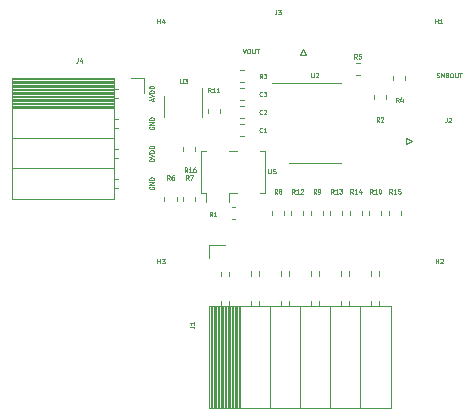
<source format=gbr>
%TF.GenerationSoftware,KiCad,Pcbnew,5.1.6-c6e7f7d~87~ubuntu18.04.1*%
%TF.CreationDate,2020-08-02T22:12:59+02:00*%
%TF.ProjectId,ad9834_eval,61643938-3334-45f6-9576-616c2e6b6963,rev?*%
%TF.SameCoordinates,Original*%
%TF.FileFunction,Legend,Top*%
%TF.FilePolarity,Positive*%
%FSLAX46Y46*%
G04 Gerber Fmt 4.6, Leading zero omitted, Abs format (unit mm)*
G04 Created by KiCad (PCBNEW 5.1.6-c6e7f7d~87~ubuntu18.04.1) date 2020-08-02 22:12:59*
%MOMM*%
%LPD*%
G01*
G04 APERTURE LIST*
%ADD10C,0.076200*%
%ADD11C,0.120000*%
G04 APERTURE END LIST*
D10*
X73977500Y-87666285D02*
X73959357Y-87702571D01*
X73959357Y-87757000D01*
X73977500Y-87811428D01*
X74013785Y-87847714D01*
X74050071Y-87865857D01*
X74122642Y-87884000D01*
X74177071Y-87884000D01*
X74249642Y-87865857D01*
X74285928Y-87847714D01*
X74322214Y-87811428D01*
X74340357Y-87757000D01*
X74340357Y-87720714D01*
X74322214Y-87666285D01*
X74304071Y-87648142D01*
X74177071Y-87648142D01*
X74177071Y-87720714D01*
X74340357Y-87484857D02*
X73959357Y-87484857D01*
X74340357Y-87267142D01*
X73959357Y-87267142D01*
X74340357Y-87085714D02*
X73959357Y-87085714D01*
X73959357Y-86995000D01*
X73977500Y-86940571D01*
X74013785Y-86904285D01*
X74050071Y-86886142D01*
X74122642Y-86868000D01*
X74177071Y-86868000D01*
X74249642Y-86886142D01*
X74285928Y-86904285D01*
X74322214Y-86940571D01*
X74340357Y-86995000D01*
X74340357Y-87085714D01*
X73977500Y-82586285D02*
X73959357Y-82622571D01*
X73959357Y-82677000D01*
X73977500Y-82731428D01*
X74013785Y-82767714D01*
X74050071Y-82785857D01*
X74122642Y-82804000D01*
X74177071Y-82804000D01*
X74249642Y-82785857D01*
X74285928Y-82767714D01*
X74322214Y-82731428D01*
X74340357Y-82677000D01*
X74340357Y-82640714D01*
X74322214Y-82586285D01*
X74304071Y-82568142D01*
X74177071Y-82568142D01*
X74177071Y-82640714D01*
X74340357Y-82404857D02*
X73959357Y-82404857D01*
X74340357Y-82187142D01*
X73959357Y-82187142D01*
X74340357Y-82005714D02*
X73959357Y-82005714D01*
X73959357Y-81915000D01*
X73977500Y-81860571D01*
X74013785Y-81824285D01*
X74050071Y-81806142D01*
X74122642Y-81788000D01*
X74177071Y-81788000D01*
X74249642Y-81806142D01*
X74285928Y-81824285D01*
X74322214Y-81860571D01*
X74340357Y-81915000D01*
X74340357Y-82005714D01*
X74340357Y-85480071D02*
X73959357Y-85480071D01*
X73959357Y-85389357D01*
X73977500Y-85334928D01*
X74013785Y-85298642D01*
X74050071Y-85280500D01*
X74122642Y-85262357D01*
X74177071Y-85262357D01*
X74249642Y-85280500D01*
X74285928Y-85298642D01*
X74322214Y-85334928D01*
X74340357Y-85389357D01*
X74340357Y-85480071D01*
X73959357Y-85153500D02*
X74340357Y-85026500D01*
X73959357Y-84899500D01*
X74340357Y-84772500D02*
X73959357Y-84772500D01*
X73959357Y-84681785D01*
X73977500Y-84627357D01*
X74013785Y-84591071D01*
X74050071Y-84572928D01*
X74122642Y-84554785D01*
X74177071Y-84554785D01*
X74249642Y-84572928D01*
X74285928Y-84591071D01*
X74322214Y-84627357D01*
X74340357Y-84681785D01*
X74340357Y-84772500D01*
X74340357Y-84391500D02*
X73959357Y-84391500D01*
X73959357Y-84300785D01*
X73977500Y-84246357D01*
X74013785Y-84210071D01*
X74050071Y-84191928D01*
X74122642Y-84173785D01*
X74177071Y-84173785D01*
X74249642Y-84191928D01*
X74285928Y-84210071D01*
X74322214Y-84246357D01*
X74340357Y-84300785D01*
X74340357Y-84391500D01*
X74231500Y-80391000D02*
X74231500Y-80209571D01*
X74340357Y-80427285D02*
X73959357Y-80300285D01*
X74340357Y-80173285D01*
X73959357Y-80100714D02*
X74340357Y-79973714D01*
X73959357Y-79846714D01*
X74340357Y-79719714D02*
X73959357Y-79719714D01*
X73959357Y-79629000D01*
X73977500Y-79574571D01*
X74013785Y-79538285D01*
X74050071Y-79520142D01*
X74122642Y-79502000D01*
X74177071Y-79502000D01*
X74249642Y-79520142D01*
X74285928Y-79538285D01*
X74322214Y-79574571D01*
X74340357Y-79629000D01*
X74340357Y-79719714D01*
X74340357Y-79338714D02*
X73959357Y-79338714D01*
X73959357Y-79248000D01*
X73977500Y-79193571D01*
X74013785Y-79157285D01*
X74050071Y-79139142D01*
X74122642Y-79121000D01*
X74177071Y-79121000D01*
X74249642Y-79139142D01*
X74285928Y-79157285D01*
X74322214Y-79193571D01*
X74340357Y-79248000D01*
X74340357Y-79338714D01*
X98270785Y-78386214D02*
X98325214Y-78404357D01*
X98415928Y-78404357D01*
X98452214Y-78386214D01*
X98470357Y-78368071D01*
X98488500Y-78331785D01*
X98488500Y-78295500D01*
X98470357Y-78259214D01*
X98452214Y-78241071D01*
X98415928Y-78222928D01*
X98343357Y-78204785D01*
X98307071Y-78186642D01*
X98288928Y-78168500D01*
X98270785Y-78132214D01*
X98270785Y-78095928D01*
X98288928Y-78059642D01*
X98307071Y-78041500D01*
X98343357Y-78023357D01*
X98434071Y-78023357D01*
X98488500Y-78041500D01*
X98651785Y-78404357D02*
X98651785Y-78023357D01*
X98869500Y-78404357D01*
X98869500Y-78023357D01*
X99177928Y-78204785D02*
X99232357Y-78222928D01*
X99250500Y-78241071D01*
X99268642Y-78277357D01*
X99268642Y-78331785D01*
X99250500Y-78368071D01*
X99232357Y-78386214D01*
X99196071Y-78404357D01*
X99050928Y-78404357D01*
X99050928Y-78023357D01*
X99177928Y-78023357D01*
X99214214Y-78041500D01*
X99232357Y-78059642D01*
X99250500Y-78095928D01*
X99250500Y-78132214D01*
X99232357Y-78168500D01*
X99214214Y-78186642D01*
X99177928Y-78204785D01*
X99050928Y-78204785D01*
X99504500Y-78023357D02*
X99577071Y-78023357D01*
X99613357Y-78041500D01*
X99649642Y-78077785D01*
X99667785Y-78150357D01*
X99667785Y-78277357D01*
X99649642Y-78349928D01*
X99613357Y-78386214D01*
X99577071Y-78404357D01*
X99504500Y-78404357D01*
X99468214Y-78386214D01*
X99431928Y-78349928D01*
X99413785Y-78277357D01*
X99413785Y-78150357D01*
X99431928Y-78077785D01*
X99468214Y-78041500D01*
X99504500Y-78023357D01*
X99831071Y-78023357D02*
X99831071Y-78331785D01*
X99849214Y-78368071D01*
X99867357Y-78386214D01*
X99903642Y-78404357D01*
X99976214Y-78404357D01*
X100012500Y-78386214D01*
X100030642Y-78368071D01*
X100048785Y-78331785D01*
X100048785Y-78023357D01*
X100175785Y-78023357D02*
X100393500Y-78023357D01*
X100284642Y-78404357D02*
X100284642Y-78023357D01*
X81878714Y-75991357D02*
X82005714Y-76372357D01*
X82132714Y-75991357D01*
X82332285Y-75991357D02*
X82404857Y-75991357D01*
X82441142Y-76009500D01*
X82477428Y-76045785D01*
X82495571Y-76118357D01*
X82495571Y-76245357D01*
X82477428Y-76317928D01*
X82441142Y-76354214D01*
X82404857Y-76372357D01*
X82332285Y-76372357D01*
X82296000Y-76354214D01*
X82259714Y-76317928D01*
X82241571Y-76245357D01*
X82241571Y-76118357D01*
X82259714Y-76045785D01*
X82296000Y-76009500D01*
X82332285Y-75991357D01*
X82658857Y-75991357D02*
X82658857Y-76299785D01*
X82677000Y-76336071D01*
X82695142Y-76354214D01*
X82731428Y-76372357D01*
X82804000Y-76372357D01*
X82840285Y-76354214D01*
X82858428Y-76336071D01*
X82876571Y-76299785D01*
X82876571Y-75991357D01*
X83003571Y-75991357D02*
X83221285Y-75991357D01*
X83112428Y-76372357D02*
X83112428Y-75991357D01*
D11*
%TO.C,U5*%
X80675200Y-88213800D02*
X80675200Y-88913800D01*
X81415200Y-88213800D02*
X80675200Y-88213800D01*
X78345200Y-84613800D02*
X78735200Y-84613800D01*
X78345200Y-88213800D02*
X78345200Y-84613800D01*
X78735200Y-88213800D02*
X78345200Y-88213800D01*
X78735200Y-88913800D02*
X78735200Y-88213800D01*
X80675200Y-84613800D02*
X81415200Y-84613800D01*
X83745200Y-88213800D02*
X83355200Y-88213800D01*
X83745200Y-84613800D02*
X83745200Y-88213800D01*
X83355200Y-84613800D02*
X83745200Y-84613800D01*
D10*
%TO.C,R16*%
X77853000Y-84317721D02*
X77853000Y-84643279D01*
X76833000Y-84317721D02*
X76833000Y-84643279D01*
%TO.C,R11*%
X79948500Y-81091721D02*
X79948500Y-81417279D01*
X78928500Y-81091721D02*
X78928500Y-81417279D01*
%TO.C,J1*%
X79035600Y-93726000D02*
X79035600Y-92616000D01*
X79035600Y-92616000D02*
X80365600Y-92616000D01*
X79035600Y-106356000D02*
X94395600Y-106356000D01*
X94395600Y-106356000D02*
X94395600Y-97726000D01*
X79035600Y-97726000D02*
X94395600Y-97726000D01*
X79035600Y-106356000D02*
X79035600Y-97726000D01*
X91795600Y-106356000D02*
X91795600Y-97726000D01*
X89255600Y-106356000D02*
X89255600Y-97726000D01*
X86715600Y-106356000D02*
X86715600Y-97726000D01*
X84175600Y-106356000D02*
X84175600Y-97726000D01*
X81635600Y-106356000D02*
X81635600Y-97726000D01*
X93425600Y-95216000D02*
X93425600Y-94776000D01*
X93425600Y-97726000D02*
X93425600Y-97316000D01*
X92705600Y-95216000D02*
X92705600Y-94776000D01*
X92705600Y-97726000D02*
X92705600Y-97316000D01*
X90885600Y-95216000D02*
X90885600Y-94776000D01*
X90885600Y-97726000D02*
X90885600Y-97316000D01*
X90165600Y-95216000D02*
X90165600Y-94776000D01*
X90165600Y-97726000D02*
X90165600Y-97316000D01*
X88345600Y-95216000D02*
X88345600Y-94776000D01*
X88345600Y-97726000D02*
X88345600Y-97316000D01*
X87625600Y-95216000D02*
X87625600Y-94776000D01*
X87625600Y-97726000D02*
X87625600Y-97316000D01*
X85805600Y-95216000D02*
X85805600Y-94776000D01*
X85805600Y-97726000D02*
X85805600Y-97316000D01*
X85085600Y-95216000D02*
X85085600Y-94776000D01*
X85085600Y-97726000D02*
X85085600Y-97316000D01*
X83265600Y-95216000D02*
X83265600Y-94776000D01*
X83265600Y-97726000D02*
X83265600Y-97316000D01*
X82545600Y-95216000D02*
X82545600Y-94776000D01*
X82545600Y-97726000D02*
X82545600Y-97316000D01*
X80725600Y-95216000D02*
X80725600Y-94836000D01*
X80725600Y-97726000D02*
X80725600Y-97316000D01*
X80005600Y-95216000D02*
X80005600Y-94836000D01*
X80005600Y-97726000D02*
X80005600Y-97316000D01*
X81517500Y-106356000D02*
X81517500Y-97726000D01*
X81399405Y-106356000D02*
X81399405Y-97726000D01*
X81281310Y-106356000D02*
X81281310Y-97726000D01*
X81163215Y-106356000D02*
X81163215Y-97726000D01*
X81045120Y-106356000D02*
X81045120Y-97726000D01*
X80927025Y-106356000D02*
X80927025Y-97726000D01*
X80808930Y-106356000D02*
X80808930Y-97726000D01*
X80690835Y-106356000D02*
X80690835Y-97726000D01*
X80572740Y-106356000D02*
X80572740Y-97726000D01*
X80454645Y-106356000D02*
X80454645Y-97726000D01*
X80336550Y-106356000D02*
X80336550Y-97726000D01*
X80218455Y-106356000D02*
X80218455Y-97726000D01*
X80100360Y-106356000D02*
X80100360Y-97726000D01*
X79982265Y-106356000D02*
X79982265Y-97726000D01*
X79864170Y-106356000D02*
X79864170Y-97726000D01*
X79746075Y-106356000D02*
X79746075Y-97726000D01*
X79627980Y-106356000D02*
X79627980Y-97726000D01*
X79509885Y-106356000D02*
X79509885Y-97726000D01*
X79391790Y-106356000D02*
X79391790Y-97726000D01*
X79273695Y-106356000D02*
X79273695Y-97726000D01*
X79155600Y-106356000D02*
X79155600Y-97726000D01*
%TO.C,U3*%
X78384000Y-81756000D02*
X78384000Y-79306000D01*
X75164000Y-79956000D02*
X75164000Y-81756000D01*
%TO.C,J4*%
X72390000Y-78426000D02*
X73500000Y-78426000D01*
X73500000Y-78426000D02*
X73500000Y-79756000D01*
X62300000Y-78426000D02*
X62300000Y-88706000D01*
X62300000Y-88706000D02*
X70930000Y-88706000D01*
X70930000Y-78426000D02*
X70930000Y-88706000D01*
X62300000Y-78426000D02*
X70930000Y-78426000D01*
X62300000Y-86106000D02*
X70930000Y-86106000D01*
X62300000Y-83566000D02*
X70930000Y-83566000D01*
X62300000Y-81026000D02*
X70930000Y-81026000D01*
X70930000Y-87736000D02*
X71340000Y-87736000D01*
X70930000Y-87016000D02*
X71340000Y-87016000D01*
X70930000Y-85196000D02*
X71340000Y-85196000D01*
X70930000Y-84476000D02*
X71340000Y-84476000D01*
X70930000Y-82656000D02*
X71340000Y-82656000D01*
X70930000Y-81936000D02*
X71340000Y-81936000D01*
X70930000Y-80116000D02*
X71280000Y-80116000D01*
X70930000Y-79396000D02*
X71280000Y-79396000D01*
X62300000Y-80907900D02*
X70930000Y-80907900D01*
X62300000Y-80789805D02*
X70930000Y-80789805D01*
X62300000Y-80671710D02*
X70930000Y-80671710D01*
X62300000Y-80553615D02*
X70930000Y-80553615D01*
X62300000Y-80435520D02*
X70930000Y-80435520D01*
X62300000Y-80317425D02*
X70930000Y-80317425D01*
X62300000Y-80199330D02*
X70930000Y-80199330D01*
X62300000Y-80081235D02*
X70930000Y-80081235D01*
X62300000Y-79963140D02*
X70930000Y-79963140D01*
X62300000Y-79845045D02*
X70930000Y-79845045D01*
X62300000Y-79726950D02*
X70930000Y-79726950D01*
X62300000Y-79608855D02*
X70930000Y-79608855D01*
X62300000Y-79490760D02*
X70930000Y-79490760D01*
X62300000Y-79372665D02*
X70930000Y-79372665D01*
X62300000Y-79254570D02*
X70930000Y-79254570D01*
X62300000Y-79136475D02*
X70930000Y-79136475D01*
X62300000Y-79018380D02*
X70930000Y-79018380D01*
X62300000Y-78900285D02*
X70930000Y-78900285D01*
X62300000Y-78782190D02*
X70930000Y-78782190D01*
X62300000Y-78664095D02*
X70930000Y-78664095D01*
X62300000Y-78546000D02*
X70930000Y-78546000D01*
%TO.C,R15*%
X94232000Y-89727721D02*
X94232000Y-90053279D01*
X95252000Y-89727721D02*
X95252000Y-90053279D01*
%TO.C,R14*%
X90930000Y-89727721D02*
X90930000Y-90053279D01*
X91950000Y-89727721D02*
X91950000Y-90053279D01*
%TO.C,R13*%
X89279000Y-89727721D02*
X89279000Y-90053279D01*
X90299000Y-89727721D02*
X90299000Y-90053279D01*
%TO.C,R12*%
X85977000Y-89727721D02*
X85977000Y-90053279D01*
X86997000Y-89727721D02*
X86997000Y-90053279D01*
%TO.C,R10*%
X93601000Y-90053279D02*
X93601000Y-89727721D01*
X92581000Y-90053279D02*
X92581000Y-89727721D01*
%TO.C,R9*%
X88648000Y-90053279D02*
X88648000Y-89727721D01*
X87628000Y-90053279D02*
X87628000Y-89727721D01*
%TO.C,R8*%
X85346000Y-90053279D02*
X85346000Y-89727721D01*
X84326000Y-90053279D02*
X84326000Y-89727721D01*
%TO.C,R7*%
X77853000Y-88885079D02*
X77853000Y-88559521D01*
X76833000Y-88885079D02*
X76833000Y-88559521D01*
%TO.C,R6*%
X76252800Y-88885079D02*
X76252800Y-88559521D01*
X75232800Y-88885079D02*
X75232800Y-88559521D01*
%TO.C,J3*%
X87181500Y-76506400D02*
X86931500Y-76006400D01*
X86681500Y-76506400D02*
X87181500Y-76506400D01*
X86931500Y-76006400D02*
X86681500Y-76506400D01*
%TO.C,J2*%
X95667500Y-84070000D02*
X96167500Y-83820000D01*
X95667500Y-83570000D02*
X95667500Y-84070000D01*
X96167500Y-83820000D02*
X95667500Y-83570000D01*
%TO.C,U2*%
X87952500Y-85685000D02*
X90152500Y-85685000D01*
X87952500Y-85685000D02*
X85752500Y-85685000D01*
X87952500Y-78915000D02*
X90152500Y-78915000D01*
X87952500Y-78915000D02*
X84352500Y-78915000D01*
%TO.C,R5*%
X91429721Y-77214000D02*
X91755279Y-77214000D01*
X91429721Y-78234000D02*
X91755279Y-78234000D01*
%TO.C,R4*%
X94613000Y-78623279D02*
X94613000Y-78297721D01*
X95633000Y-78623279D02*
X95633000Y-78297721D01*
%TO.C,R3*%
X81599721Y-77785500D02*
X81925279Y-77785500D01*
X81599721Y-78805500D02*
X81925279Y-78805500D01*
%TO.C,R2*%
X93982000Y-79885221D02*
X93982000Y-80210779D01*
X92962000Y-79885221D02*
X92962000Y-80210779D01*
%TO.C,R1*%
X80913921Y-89406000D02*
X81239479Y-89406000D01*
X80913921Y-90426000D02*
X81239479Y-90426000D01*
%TO.C,C3*%
X81599721Y-79309500D02*
X81925279Y-79309500D01*
X81599721Y-80329500D02*
X81925279Y-80329500D01*
%TO.C,C2*%
X81599721Y-80833500D02*
X81925279Y-80833500D01*
X81599721Y-81853500D02*
X81925279Y-81853500D01*
%TO.C,C1*%
X81925279Y-83377500D02*
X81599721Y-83377500D01*
X81925279Y-82357500D02*
X81599721Y-82357500D01*
%TO.C,U5*%
X84037714Y-86151357D02*
X84037714Y-86459785D01*
X84055857Y-86496071D01*
X84074000Y-86514214D01*
X84110285Y-86532357D01*
X84182857Y-86532357D01*
X84219142Y-86514214D01*
X84237285Y-86496071D01*
X84255428Y-86459785D01*
X84255428Y-86151357D01*
X84618285Y-86151357D02*
X84436857Y-86151357D01*
X84418714Y-86332785D01*
X84436857Y-86314642D01*
X84473142Y-86296500D01*
X84563857Y-86296500D01*
X84600142Y-86314642D01*
X84618285Y-86332785D01*
X84636428Y-86369071D01*
X84636428Y-86459785D01*
X84618285Y-86496071D01*
X84600142Y-86514214D01*
X84563857Y-86532357D01*
X84473142Y-86532357D01*
X84436857Y-86514214D01*
X84418714Y-86496071D01*
%TO.C,R16*%
X77161571Y-86405357D02*
X77034571Y-86223928D01*
X76943857Y-86405357D02*
X76943857Y-86024357D01*
X77089000Y-86024357D01*
X77125285Y-86042500D01*
X77143428Y-86060642D01*
X77161571Y-86096928D01*
X77161571Y-86151357D01*
X77143428Y-86187642D01*
X77125285Y-86205785D01*
X77089000Y-86223928D01*
X76943857Y-86223928D01*
X77524428Y-86405357D02*
X77306714Y-86405357D01*
X77415571Y-86405357D02*
X77415571Y-86024357D01*
X77379285Y-86078785D01*
X77343000Y-86115071D01*
X77306714Y-86133214D01*
X77851000Y-86024357D02*
X77778428Y-86024357D01*
X77742142Y-86042500D01*
X77724000Y-86060642D01*
X77687714Y-86115071D01*
X77669571Y-86187642D01*
X77669571Y-86332785D01*
X77687714Y-86369071D01*
X77705857Y-86387214D01*
X77742142Y-86405357D01*
X77814714Y-86405357D01*
X77851000Y-86387214D01*
X77869142Y-86369071D01*
X77887285Y-86332785D01*
X77887285Y-86242071D01*
X77869142Y-86205785D01*
X77851000Y-86187642D01*
X77814714Y-86169500D01*
X77742142Y-86169500D01*
X77705857Y-86187642D01*
X77687714Y-86205785D01*
X77669571Y-86242071D01*
%TO.C,R11*%
X79130071Y-79674357D02*
X79003071Y-79492928D01*
X78912357Y-79674357D02*
X78912357Y-79293357D01*
X79057500Y-79293357D01*
X79093785Y-79311500D01*
X79111928Y-79329642D01*
X79130071Y-79365928D01*
X79130071Y-79420357D01*
X79111928Y-79456642D01*
X79093785Y-79474785D01*
X79057500Y-79492928D01*
X78912357Y-79492928D01*
X79492928Y-79674357D02*
X79275214Y-79674357D01*
X79384071Y-79674357D02*
X79384071Y-79293357D01*
X79347785Y-79347785D01*
X79311500Y-79384071D01*
X79275214Y-79402214D01*
X79855785Y-79674357D02*
X79638071Y-79674357D01*
X79746928Y-79674357D02*
X79746928Y-79293357D01*
X79710642Y-79347785D01*
X79674357Y-79384071D01*
X79638071Y-79402214D01*
%TO.C,J1*%
X77386957Y-99503000D02*
X77659100Y-99503000D01*
X77713528Y-99521142D01*
X77749814Y-99557428D01*
X77767957Y-99611857D01*
X77767957Y-99648142D01*
X77767957Y-99122000D02*
X77767957Y-99339714D01*
X77767957Y-99230857D02*
X77386957Y-99230857D01*
X77441385Y-99267142D01*
X77477671Y-99303428D01*
X77495814Y-99339714D01*
%TO.C,U3*%
X76544714Y-78531357D02*
X76544714Y-78839785D01*
X76562857Y-78876071D01*
X76581000Y-78894214D01*
X76617285Y-78912357D01*
X76689857Y-78912357D01*
X76726142Y-78894214D01*
X76744285Y-78876071D01*
X76762428Y-78839785D01*
X76762428Y-78531357D01*
X76907571Y-78531357D02*
X77143428Y-78531357D01*
X77016428Y-78676500D01*
X77070857Y-78676500D01*
X77107142Y-78694642D01*
X77125285Y-78712785D01*
X77143428Y-78749071D01*
X77143428Y-78839785D01*
X77125285Y-78876071D01*
X77107142Y-78894214D01*
X77070857Y-78912357D01*
X76962000Y-78912357D01*
X76925714Y-78894214D01*
X76907571Y-78876071D01*
%TO.C,J4*%
X67883000Y-76777357D02*
X67883000Y-77049500D01*
X67864857Y-77103928D01*
X67828571Y-77140214D01*
X67774142Y-77158357D01*
X67737857Y-77158357D01*
X68227714Y-76904357D02*
X68227714Y-77158357D01*
X68137000Y-76759214D02*
X68046285Y-77031357D01*
X68282142Y-77031357D01*
%TO.C,R15*%
X94497071Y-88246857D02*
X94370071Y-88065428D01*
X94279357Y-88246857D02*
X94279357Y-87865857D01*
X94424500Y-87865857D01*
X94460785Y-87884000D01*
X94478928Y-87902142D01*
X94497071Y-87938428D01*
X94497071Y-87992857D01*
X94478928Y-88029142D01*
X94460785Y-88047285D01*
X94424500Y-88065428D01*
X94279357Y-88065428D01*
X94859928Y-88246857D02*
X94642214Y-88246857D01*
X94751071Y-88246857D02*
X94751071Y-87865857D01*
X94714785Y-87920285D01*
X94678500Y-87956571D01*
X94642214Y-87974714D01*
X95204642Y-87865857D02*
X95023214Y-87865857D01*
X95005071Y-88047285D01*
X95023214Y-88029142D01*
X95059500Y-88011000D01*
X95150214Y-88011000D01*
X95186500Y-88029142D01*
X95204642Y-88047285D01*
X95222785Y-88083571D01*
X95222785Y-88174285D01*
X95204642Y-88210571D01*
X95186500Y-88228714D01*
X95150214Y-88246857D01*
X95059500Y-88246857D01*
X95023214Y-88228714D01*
X95005071Y-88210571D01*
%TO.C,R14*%
X91195071Y-88246857D02*
X91068071Y-88065428D01*
X90977357Y-88246857D02*
X90977357Y-87865857D01*
X91122500Y-87865857D01*
X91158785Y-87884000D01*
X91176928Y-87902142D01*
X91195071Y-87938428D01*
X91195071Y-87992857D01*
X91176928Y-88029142D01*
X91158785Y-88047285D01*
X91122500Y-88065428D01*
X90977357Y-88065428D01*
X91557928Y-88246857D02*
X91340214Y-88246857D01*
X91449071Y-88246857D02*
X91449071Y-87865857D01*
X91412785Y-87920285D01*
X91376500Y-87956571D01*
X91340214Y-87974714D01*
X91884500Y-87992857D02*
X91884500Y-88246857D01*
X91793785Y-87847714D02*
X91703071Y-88119857D01*
X91938928Y-88119857D01*
%TO.C,R13*%
X89544071Y-88246857D02*
X89417071Y-88065428D01*
X89326357Y-88246857D02*
X89326357Y-87865857D01*
X89471500Y-87865857D01*
X89507785Y-87884000D01*
X89525928Y-87902142D01*
X89544071Y-87938428D01*
X89544071Y-87992857D01*
X89525928Y-88029142D01*
X89507785Y-88047285D01*
X89471500Y-88065428D01*
X89326357Y-88065428D01*
X89906928Y-88246857D02*
X89689214Y-88246857D01*
X89798071Y-88246857D02*
X89798071Y-87865857D01*
X89761785Y-87920285D01*
X89725500Y-87956571D01*
X89689214Y-87974714D01*
X90033928Y-87865857D02*
X90269785Y-87865857D01*
X90142785Y-88011000D01*
X90197214Y-88011000D01*
X90233500Y-88029142D01*
X90251642Y-88047285D01*
X90269785Y-88083571D01*
X90269785Y-88174285D01*
X90251642Y-88210571D01*
X90233500Y-88228714D01*
X90197214Y-88246857D01*
X90088357Y-88246857D01*
X90052071Y-88228714D01*
X90033928Y-88210571D01*
%TO.C,R12*%
X86242071Y-88246857D02*
X86115071Y-88065428D01*
X86024357Y-88246857D02*
X86024357Y-87865857D01*
X86169500Y-87865857D01*
X86205785Y-87884000D01*
X86223928Y-87902142D01*
X86242071Y-87938428D01*
X86242071Y-87992857D01*
X86223928Y-88029142D01*
X86205785Y-88047285D01*
X86169500Y-88065428D01*
X86024357Y-88065428D01*
X86604928Y-88246857D02*
X86387214Y-88246857D01*
X86496071Y-88246857D02*
X86496071Y-87865857D01*
X86459785Y-87920285D01*
X86423500Y-87956571D01*
X86387214Y-87974714D01*
X86750071Y-87902142D02*
X86768214Y-87884000D01*
X86804500Y-87865857D01*
X86895214Y-87865857D01*
X86931500Y-87884000D01*
X86949642Y-87902142D01*
X86967785Y-87938428D01*
X86967785Y-87974714D01*
X86949642Y-88029142D01*
X86731928Y-88246857D01*
X86967785Y-88246857D01*
%TO.C,R10*%
X92846071Y-88246857D02*
X92719071Y-88065428D01*
X92628357Y-88246857D02*
X92628357Y-87865857D01*
X92773500Y-87865857D01*
X92809785Y-87884000D01*
X92827928Y-87902142D01*
X92846071Y-87938428D01*
X92846071Y-87992857D01*
X92827928Y-88029142D01*
X92809785Y-88047285D01*
X92773500Y-88065428D01*
X92628357Y-88065428D01*
X93208928Y-88246857D02*
X92991214Y-88246857D01*
X93100071Y-88246857D02*
X93100071Y-87865857D01*
X93063785Y-87920285D01*
X93027500Y-87956571D01*
X92991214Y-87974714D01*
X93444785Y-87865857D02*
X93481071Y-87865857D01*
X93517357Y-87884000D01*
X93535500Y-87902142D01*
X93553642Y-87938428D01*
X93571785Y-88011000D01*
X93571785Y-88101714D01*
X93553642Y-88174285D01*
X93535500Y-88210571D01*
X93517357Y-88228714D01*
X93481071Y-88246857D01*
X93444785Y-88246857D01*
X93408500Y-88228714D01*
X93390357Y-88210571D01*
X93372214Y-88174285D01*
X93354071Y-88101714D01*
X93354071Y-88011000D01*
X93372214Y-87938428D01*
X93390357Y-87902142D01*
X93408500Y-87884000D01*
X93444785Y-87865857D01*
%TO.C,R9*%
X88074500Y-88246857D02*
X87947500Y-88065428D01*
X87856785Y-88246857D02*
X87856785Y-87865857D01*
X88001928Y-87865857D01*
X88038214Y-87884000D01*
X88056357Y-87902142D01*
X88074500Y-87938428D01*
X88074500Y-87992857D01*
X88056357Y-88029142D01*
X88038214Y-88047285D01*
X88001928Y-88065428D01*
X87856785Y-88065428D01*
X88255928Y-88246857D02*
X88328500Y-88246857D01*
X88364785Y-88228714D01*
X88382928Y-88210571D01*
X88419214Y-88156142D01*
X88437357Y-88083571D01*
X88437357Y-87938428D01*
X88419214Y-87902142D01*
X88401071Y-87884000D01*
X88364785Y-87865857D01*
X88292214Y-87865857D01*
X88255928Y-87884000D01*
X88237785Y-87902142D01*
X88219642Y-87938428D01*
X88219642Y-88029142D01*
X88237785Y-88065428D01*
X88255928Y-88083571D01*
X88292214Y-88101714D01*
X88364785Y-88101714D01*
X88401071Y-88083571D01*
X88419214Y-88065428D01*
X88437357Y-88029142D01*
%TO.C,R8*%
X84772500Y-88246857D02*
X84645500Y-88065428D01*
X84554785Y-88246857D02*
X84554785Y-87865857D01*
X84699928Y-87865857D01*
X84736214Y-87884000D01*
X84754357Y-87902142D01*
X84772500Y-87938428D01*
X84772500Y-87992857D01*
X84754357Y-88029142D01*
X84736214Y-88047285D01*
X84699928Y-88065428D01*
X84554785Y-88065428D01*
X84990214Y-88029142D02*
X84953928Y-88011000D01*
X84935785Y-87992857D01*
X84917642Y-87956571D01*
X84917642Y-87938428D01*
X84935785Y-87902142D01*
X84953928Y-87884000D01*
X84990214Y-87865857D01*
X85062785Y-87865857D01*
X85099071Y-87884000D01*
X85117214Y-87902142D01*
X85135357Y-87938428D01*
X85135357Y-87956571D01*
X85117214Y-87992857D01*
X85099071Y-88011000D01*
X85062785Y-88029142D01*
X84990214Y-88029142D01*
X84953928Y-88047285D01*
X84935785Y-88065428D01*
X84917642Y-88101714D01*
X84917642Y-88174285D01*
X84935785Y-88210571D01*
X84953928Y-88228714D01*
X84990214Y-88246857D01*
X85062785Y-88246857D01*
X85099071Y-88228714D01*
X85117214Y-88210571D01*
X85135357Y-88174285D01*
X85135357Y-88101714D01*
X85117214Y-88065428D01*
X85099071Y-88047285D01*
X85062785Y-88029142D01*
%TO.C,R7*%
X77279500Y-87078657D02*
X77152500Y-86897228D01*
X77061785Y-87078657D02*
X77061785Y-86697657D01*
X77206928Y-86697657D01*
X77243214Y-86715800D01*
X77261357Y-86733942D01*
X77279500Y-86770228D01*
X77279500Y-86824657D01*
X77261357Y-86860942D01*
X77243214Y-86879085D01*
X77206928Y-86897228D01*
X77061785Y-86897228D01*
X77406500Y-86697657D02*
X77660500Y-86697657D01*
X77497214Y-87078657D01*
%TO.C,R6*%
X75679300Y-87078657D02*
X75552300Y-86897228D01*
X75461585Y-87078657D02*
X75461585Y-86697657D01*
X75606728Y-86697657D01*
X75643014Y-86715800D01*
X75661157Y-86733942D01*
X75679300Y-86770228D01*
X75679300Y-86824657D01*
X75661157Y-86860942D01*
X75643014Y-86879085D01*
X75606728Y-86897228D01*
X75461585Y-86897228D01*
X76005871Y-86697657D02*
X75933300Y-86697657D01*
X75897014Y-86715800D01*
X75878871Y-86733942D01*
X75842585Y-86788371D01*
X75824442Y-86860942D01*
X75824442Y-87006085D01*
X75842585Y-87042371D01*
X75860728Y-87060514D01*
X75897014Y-87078657D01*
X75969585Y-87078657D01*
X76005871Y-87060514D01*
X76024014Y-87042371D01*
X76042157Y-87006085D01*
X76042157Y-86915371D01*
X76024014Y-86879085D01*
X76005871Y-86860942D01*
X75969585Y-86842800D01*
X75897014Y-86842800D01*
X75860728Y-86860942D01*
X75842585Y-86879085D01*
X75824442Y-86915371D01*
%TO.C,J3*%
X84709000Y-72689357D02*
X84709000Y-72961500D01*
X84690857Y-73015928D01*
X84654571Y-73052214D01*
X84600142Y-73070357D01*
X84563857Y-73070357D01*
X84854142Y-72689357D02*
X85090000Y-72689357D01*
X84963000Y-72834500D01*
X85017428Y-72834500D01*
X85053714Y-72852642D01*
X85071857Y-72870785D01*
X85090000Y-72907071D01*
X85090000Y-72997785D01*
X85071857Y-73034071D01*
X85053714Y-73052214D01*
X85017428Y-73070357D01*
X84908571Y-73070357D01*
X84872285Y-73052214D01*
X84854142Y-73034071D01*
%TO.C,J2*%
X99123500Y-81833357D02*
X99123500Y-82105500D01*
X99105357Y-82159928D01*
X99069071Y-82196214D01*
X99014642Y-82214357D01*
X98978357Y-82214357D01*
X99286785Y-81869642D02*
X99304928Y-81851500D01*
X99341214Y-81833357D01*
X99431928Y-81833357D01*
X99468214Y-81851500D01*
X99486357Y-81869642D01*
X99504500Y-81905928D01*
X99504500Y-81942214D01*
X99486357Y-81996642D01*
X99268642Y-82214357D01*
X99504500Y-82214357D01*
%TO.C,U2*%
X87662214Y-78023357D02*
X87662214Y-78331785D01*
X87680357Y-78368071D01*
X87698500Y-78386214D01*
X87734785Y-78404357D01*
X87807357Y-78404357D01*
X87843642Y-78386214D01*
X87861785Y-78368071D01*
X87879928Y-78331785D01*
X87879928Y-78023357D01*
X88043214Y-78059642D02*
X88061357Y-78041500D01*
X88097642Y-78023357D01*
X88188357Y-78023357D01*
X88224642Y-78041500D01*
X88242785Y-78059642D01*
X88260928Y-78095928D01*
X88260928Y-78132214D01*
X88242785Y-78186642D01*
X88025071Y-78404357D01*
X88260928Y-78404357D01*
%TO.C,R5*%
X91529000Y-76816857D02*
X91402000Y-76635428D01*
X91311285Y-76816857D02*
X91311285Y-76435857D01*
X91456428Y-76435857D01*
X91492714Y-76454000D01*
X91510857Y-76472142D01*
X91529000Y-76508428D01*
X91529000Y-76562857D01*
X91510857Y-76599142D01*
X91492714Y-76617285D01*
X91456428Y-76635428D01*
X91311285Y-76635428D01*
X91873714Y-76435857D02*
X91692285Y-76435857D01*
X91674142Y-76617285D01*
X91692285Y-76599142D01*
X91728571Y-76581000D01*
X91819285Y-76581000D01*
X91855571Y-76599142D01*
X91873714Y-76617285D01*
X91891857Y-76653571D01*
X91891857Y-76744285D01*
X91873714Y-76780571D01*
X91855571Y-76798714D01*
X91819285Y-76816857D01*
X91728571Y-76816857D01*
X91692285Y-76798714D01*
X91674142Y-76780571D01*
%TO.C,R4*%
X95059500Y-80499857D02*
X94932500Y-80318428D01*
X94841785Y-80499857D02*
X94841785Y-80118857D01*
X94986928Y-80118857D01*
X95023214Y-80137000D01*
X95041357Y-80155142D01*
X95059500Y-80191428D01*
X95059500Y-80245857D01*
X95041357Y-80282142D01*
X95023214Y-80300285D01*
X94986928Y-80318428D01*
X94841785Y-80318428D01*
X95386071Y-80245857D02*
X95386071Y-80499857D01*
X95295357Y-80100714D02*
X95204642Y-80372857D01*
X95440500Y-80372857D01*
%TO.C,R3*%
X83502500Y-78467857D02*
X83375500Y-78286428D01*
X83284785Y-78467857D02*
X83284785Y-78086857D01*
X83429928Y-78086857D01*
X83466214Y-78105000D01*
X83484357Y-78123142D01*
X83502500Y-78159428D01*
X83502500Y-78213857D01*
X83484357Y-78250142D01*
X83466214Y-78268285D01*
X83429928Y-78286428D01*
X83284785Y-78286428D01*
X83629500Y-78086857D02*
X83865357Y-78086857D01*
X83738357Y-78232000D01*
X83792785Y-78232000D01*
X83829071Y-78250142D01*
X83847214Y-78268285D01*
X83865357Y-78304571D01*
X83865357Y-78395285D01*
X83847214Y-78431571D01*
X83829071Y-78449714D01*
X83792785Y-78467857D01*
X83683928Y-78467857D01*
X83647642Y-78449714D01*
X83629500Y-78431571D01*
%TO.C,R2*%
X93408500Y-82150857D02*
X93281500Y-81969428D01*
X93190785Y-82150857D02*
X93190785Y-81769857D01*
X93335928Y-81769857D01*
X93372214Y-81788000D01*
X93390357Y-81806142D01*
X93408500Y-81842428D01*
X93408500Y-81896857D01*
X93390357Y-81933142D01*
X93372214Y-81951285D01*
X93335928Y-81969428D01*
X93190785Y-81969428D01*
X93553642Y-81806142D02*
X93571785Y-81788000D01*
X93608071Y-81769857D01*
X93698785Y-81769857D01*
X93735071Y-81788000D01*
X93753214Y-81806142D01*
X93771357Y-81842428D01*
X93771357Y-81878714D01*
X93753214Y-81933142D01*
X93535500Y-82150857D01*
X93771357Y-82150857D01*
%TO.C,R1*%
X79273200Y-90151857D02*
X79146200Y-89970428D01*
X79055485Y-90151857D02*
X79055485Y-89770857D01*
X79200628Y-89770857D01*
X79236914Y-89789000D01*
X79255057Y-89807142D01*
X79273200Y-89843428D01*
X79273200Y-89897857D01*
X79255057Y-89934142D01*
X79236914Y-89952285D01*
X79200628Y-89970428D01*
X79055485Y-89970428D01*
X79636057Y-90151857D02*
X79418342Y-90151857D01*
X79527200Y-90151857D02*
X79527200Y-89770857D01*
X79490914Y-89825285D01*
X79454628Y-89861571D01*
X79418342Y-89879714D01*
%TO.C,H4*%
X74639714Y-73832357D02*
X74639714Y-73451357D01*
X74639714Y-73632785D02*
X74857428Y-73632785D01*
X74857428Y-73832357D02*
X74857428Y-73451357D01*
X75202142Y-73578357D02*
X75202142Y-73832357D01*
X75111428Y-73433214D02*
X75020714Y-73705357D01*
X75256571Y-73705357D01*
%TO.C,H3*%
X74639714Y-94152357D02*
X74639714Y-93771357D01*
X74639714Y-93952785D02*
X74857428Y-93952785D01*
X74857428Y-94152357D02*
X74857428Y-93771357D01*
X75002571Y-93771357D02*
X75238428Y-93771357D01*
X75111428Y-93916500D01*
X75165857Y-93916500D01*
X75202142Y-93934642D01*
X75220285Y-93952785D01*
X75238428Y-93989071D01*
X75238428Y-94079785D01*
X75220285Y-94116071D01*
X75202142Y-94134214D01*
X75165857Y-94152357D01*
X75057000Y-94152357D01*
X75020714Y-94134214D01*
X75002571Y-94116071D01*
%TO.C,H2*%
X98198214Y-94152357D02*
X98198214Y-93771357D01*
X98198214Y-93952785D02*
X98415928Y-93952785D01*
X98415928Y-94152357D02*
X98415928Y-93771357D01*
X98579214Y-93807642D02*
X98597357Y-93789500D01*
X98633642Y-93771357D01*
X98724357Y-93771357D01*
X98760642Y-93789500D01*
X98778785Y-93807642D01*
X98796928Y-93843928D01*
X98796928Y-93880214D01*
X98778785Y-93934642D01*
X98561071Y-94152357D01*
X98796928Y-94152357D01*
%TO.C,H1*%
X98134714Y-73832357D02*
X98134714Y-73451357D01*
X98134714Y-73632785D02*
X98352428Y-73632785D01*
X98352428Y-73832357D02*
X98352428Y-73451357D01*
X98733428Y-73832357D02*
X98515714Y-73832357D01*
X98624571Y-73832357D02*
X98624571Y-73451357D01*
X98588285Y-73505785D01*
X98552000Y-73542071D01*
X98515714Y-73560214D01*
%TO.C,C3*%
X83502500Y-79955571D02*
X83484357Y-79973714D01*
X83429928Y-79991857D01*
X83393642Y-79991857D01*
X83339214Y-79973714D01*
X83302928Y-79937428D01*
X83284785Y-79901142D01*
X83266642Y-79828571D01*
X83266642Y-79774142D01*
X83284785Y-79701571D01*
X83302928Y-79665285D01*
X83339214Y-79629000D01*
X83393642Y-79610857D01*
X83429928Y-79610857D01*
X83484357Y-79629000D01*
X83502500Y-79647142D01*
X83629500Y-79610857D02*
X83865357Y-79610857D01*
X83738357Y-79756000D01*
X83792785Y-79756000D01*
X83829071Y-79774142D01*
X83847214Y-79792285D01*
X83865357Y-79828571D01*
X83865357Y-79919285D01*
X83847214Y-79955571D01*
X83829071Y-79973714D01*
X83792785Y-79991857D01*
X83683928Y-79991857D01*
X83647642Y-79973714D01*
X83629500Y-79955571D01*
%TO.C,C2*%
X83502500Y-81479571D02*
X83484357Y-81497714D01*
X83429928Y-81515857D01*
X83393642Y-81515857D01*
X83339214Y-81497714D01*
X83302928Y-81461428D01*
X83284785Y-81425142D01*
X83266642Y-81352571D01*
X83266642Y-81298142D01*
X83284785Y-81225571D01*
X83302928Y-81189285D01*
X83339214Y-81153000D01*
X83393642Y-81134857D01*
X83429928Y-81134857D01*
X83484357Y-81153000D01*
X83502500Y-81171142D01*
X83647642Y-81171142D02*
X83665785Y-81153000D01*
X83702071Y-81134857D01*
X83792785Y-81134857D01*
X83829071Y-81153000D01*
X83847214Y-81171142D01*
X83865357Y-81207428D01*
X83865357Y-81243714D01*
X83847214Y-81298142D01*
X83629500Y-81515857D01*
X83865357Y-81515857D01*
%TO.C,C1*%
X83502500Y-83003571D02*
X83484357Y-83021714D01*
X83429928Y-83039857D01*
X83393642Y-83039857D01*
X83339214Y-83021714D01*
X83302928Y-82985428D01*
X83284785Y-82949142D01*
X83266642Y-82876571D01*
X83266642Y-82822142D01*
X83284785Y-82749571D01*
X83302928Y-82713285D01*
X83339214Y-82677000D01*
X83393642Y-82658857D01*
X83429928Y-82658857D01*
X83484357Y-82677000D01*
X83502500Y-82695142D01*
X83865357Y-83039857D02*
X83647642Y-83039857D01*
X83756500Y-83039857D02*
X83756500Y-82658857D01*
X83720214Y-82713285D01*
X83683928Y-82749571D01*
X83647642Y-82767714D01*
%TD*%
M02*

</source>
